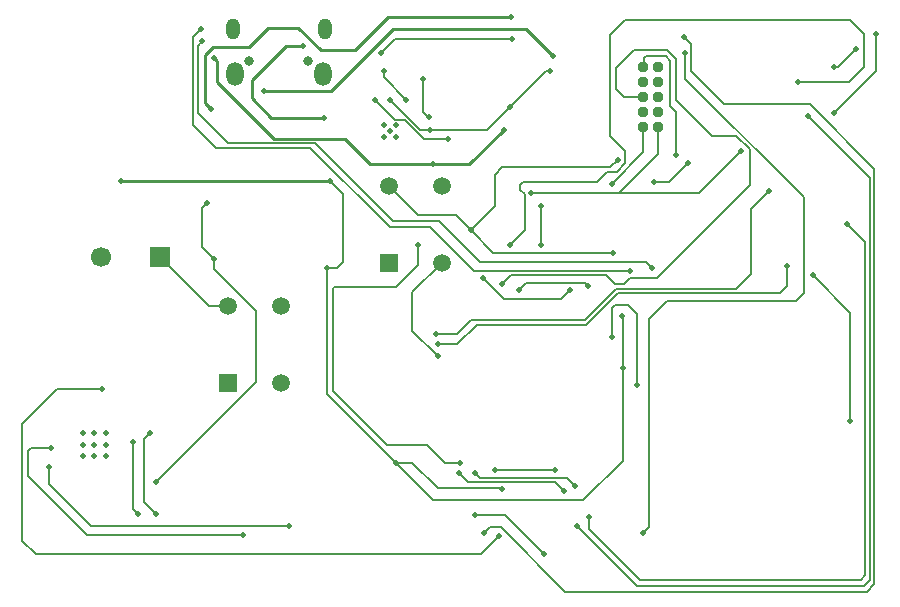
<source format=gbl>
G04*
G04 #@! TF.GenerationSoftware,Altium Limited,Altium Designer,21.1.1 (26)*
G04*
G04 Layer_Physical_Order=2*
G04 Layer_Color=16711680*
%FSLAX25Y25*%
%MOIN*%
G70*
G04*
G04 #@! TF.SameCoordinates,BDA2E955-75C2-487D-9455-DF565B8534AD*
G04*
G04*
G04 #@! TF.FilePolarity,Positive*
G04*
G01*
G75*
%ADD13C,0.00600*%
%ADD15C,0.01000*%
%ADD81C,0.06693*%
%ADD82R,0.06693X0.06693*%
%ADD91O,0.05709X0.07874*%
%ADD92O,0.04528X0.07087*%
%ADD93C,0.03150*%
%ADD94C,0.03700*%
%ADD95C,0.05906*%
%ADD96R,0.05906X0.05906*%
%ADD97C,0.01968*%
D13*
X140000Y342000D02*
X173500Y375500D01*
X229000Y465500D02*
X231000Y463500D01*
X136000Y356500D02*
X138000Y358500D01*
X136000Y335500D02*
Y356500D01*
Y335500D02*
X140000Y331500D01*
X132484Y333016D02*
X134000Y331500D01*
X132484Y333016D02*
Y355484D01*
X291500Y491000D02*
X296500Y496000D01*
X291500Y457500D02*
Y491000D01*
Y457500D02*
X296500Y452500D01*
Y448351D02*
Y452500D01*
X293649Y445500D02*
X296500Y448351D01*
X268461Y420961D02*
Y433961D01*
X268500Y434000D01*
X292000Y390500D02*
Y400000D01*
X293000Y401000D01*
X297500D01*
X294000Y405000D02*
X348000D01*
X283500Y394500D02*
X294000Y405000D01*
X348000D02*
X350500Y407500D01*
X247000Y394500D02*
X283500D01*
X283000Y396000D02*
X293500Y406500D01*
X333500D02*
X338500Y411500D01*
X293500Y406500D02*
X333500D01*
X245000Y396000D02*
X283000D01*
X297500Y401000D02*
X300500Y398000D01*
Y374500D02*
Y398000D01*
X366000Y465000D02*
X380000Y479000D01*
Y491500D01*
X370500Y428000D02*
X376500Y422000D01*
Y311000D02*
Y422000D01*
X375000Y309500D02*
X376500Y311000D01*
X301500Y309500D02*
X375000D01*
X284500Y326500D02*
X301500Y309500D01*
X284500Y326500D02*
Y330500D01*
X366000Y480500D02*
X367500D01*
X373500Y486500D01*
X246500Y331000D02*
X256500D01*
X269500Y318000D01*
X359000Y411000D02*
X371500Y398500D01*
Y362500D02*
Y398500D01*
X379500Y308000D02*
Y446500D01*
X358000Y468000D02*
X379500Y446500D01*
X377000Y305500D02*
X379500Y308000D01*
X378000Y309500D02*
Y443500D01*
X357500Y464000D02*
X378000Y443500D01*
X376000Y307500D02*
X378000Y309500D01*
X316000Y490500D02*
X318500Y488000D01*
Y479000D02*
Y488000D01*
Y479000D02*
X329500Y468000D01*
X358000D01*
X276500Y305500D02*
X377000D01*
X255000Y327000D02*
X276500Y305500D01*
X251500Y327000D02*
X255000D01*
X249500Y325000D02*
X251500Y327000D01*
X253000Y346000D02*
X273000D01*
X280500Y327500D02*
X300500Y307500D01*
X376000D01*
X248000Y343500D02*
X277000D01*
X279719Y340781D01*
X246500Y345000D02*
X248000Y343500D01*
X241000Y345000D02*
X244000Y342000D01*
X273000D02*
X276000Y339000D01*
X244000Y342000D02*
X273000D01*
X225500Y348500D02*
X234000Y340000D01*
X255370D02*
X255500Y339870D01*
X234000Y340000D02*
X255370D01*
X316500Y476500D02*
Y485000D01*
Y476500D02*
X356000Y437000D01*
Y405000D02*
Y437000D01*
X353500Y402500D02*
X356000Y405000D01*
X310500Y402500D02*
X353500D01*
X304500Y396500D02*
X310500Y402500D01*
X304500Y327000D02*
Y396500D01*
X302500Y325000D02*
X304500Y327000D01*
X354000Y475500D02*
X371000D01*
X376000Y480500D01*
Y491500D01*
X296500Y496000D02*
X371500D01*
X376000Y491500D01*
X290500Y445500D02*
X293649D01*
X287000Y442000D02*
X290500Y445500D01*
X262500Y442000D02*
X287000D01*
X261500Y441000D02*
X262500Y442000D01*
X261500Y439500D02*
Y441000D01*
Y439500D02*
X263000Y438000D01*
Y426000D02*
Y438000D01*
X258000Y421000D02*
X263000Y426000D01*
X227500Y414500D02*
Y421000D01*
X220000Y407000D02*
X227500Y414500D01*
X199500Y407000D02*
X220000D01*
X199000Y406500D02*
X199500Y407000D01*
X199000Y372500D02*
Y406500D01*
X217000Y354500D02*
X230500D01*
X199000Y372500D02*
X217000Y354500D01*
X236500Y348500D02*
X241500D01*
X230500Y354500D02*
X236500Y348500D01*
X306000Y442000D02*
X311000D01*
X317500Y448500D01*
X275000Y403000D02*
X278000Y406000D01*
X256000Y403000D02*
X275000D01*
X249000Y410000D02*
X256000Y403000D01*
X302500Y452000D02*
Y460500D01*
X292000Y441500D02*
X302500Y452000D01*
X263500Y408500D02*
X283000D01*
X284000Y407500D01*
X261000Y406000D02*
X263500Y408500D01*
X294421Y408000D02*
X294500Y407921D01*
X295921D01*
X293000Y408000D02*
X294421D01*
X290000Y411000D02*
X293000Y408000D01*
X258500Y411000D02*
X290000D01*
X255500Y408000D02*
X258500Y411000D01*
X255500Y408000D02*
X255579Y407921D01*
X302750Y480750D02*
Y483250D01*
X302500Y480500D02*
X302750Y480750D01*
Y483250D02*
X303500Y484000D01*
X310000D01*
X311500Y482500D01*
Y467500D02*
Y482500D01*
Y467500D02*
X313500Y465500D01*
Y451000D02*
Y465500D01*
X291500Y447000D02*
X294000Y449500D01*
X255500Y447000D02*
X291500D01*
X253000Y444500D02*
X255500Y447000D01*
X253000Y434000D02*
Y444500D01*
X245000Y426000D02*
X253000Y434000D01*
X252500Y418500D02*
X292500D01*
X245000Y426000D02*
X252500Y418500D01*
X240000Y431000D02*
X245000Y426000D01*
X227437Y431000D02*
X240000D01*
X217642Y440795D02*
X227437Y431000D01*
X220000Y348500D02*
X232500Y336000D01*
X197000Y371500D02*
X220000Y348500D01*
X225500D01*
X293500Y473000D02*
X296000Y470500D01*
X302539D01*
X293500Y473000D02*
Y480000D01*
X299500Y486000D01*
X310500D01*
X313500Y483000D01*
Y469500D02*
Y483000D01*
Y469500D02*
X325500Y457500D01*
X333500D01*
X338000Y453000D01*
Y441000D02*
Y453000D01*
X307000Y410000D02*
X338000Y441000D01*
X298000Y410000D02*
X307000D01*
X295921Y407921D02*
X298000Y410000D01*
X321000Y438500D02*
X335000Y452500D01*
X294500Y438500D02*
X321000D01*
X307500Y451500D02*
Y460500D01*
X294500Y438500D02*
X307500Y451500D01*
X265000Y438500D02*
X294500D01*
X152500Y490500D02*
X155000Y493000D01*
X154000Y487500D02*
X155500Y489000D01*
X154000Y465000D02*
Y487500D01*
Y465000D02*
X164000Y455000D01*
X193000D01*
X219000Y429000D01*
X234500D01*
X248000Y415500D01*
X303500D01*
X305500Y413500D01*
X152500Y461000D02*
Y490500D01*
X160000Y453500D02*
X191500D01*
X152500Y461000D02*
X160000Y453500D01*
X191500D02*
X218000Y427000D01*
X231500D01*
X246000Y412500D01*
X298000D01*
X95500Y361500D02*
X107000Y373000D01*
X122000D01*
X95500Y322500D02*
Y361500D01*
Y322500D02*
X100000Y318000D01*
X248500D02*
X254500Y324000D01*
X100000Y318000D02*
X248500D01*
X338500Y433000D02*
X344500Y439000D01*
X338500Y411500D02*
Y433000D01*
X233500Y391500D02*
X240500D01*
X245000Y396000D01*
X350500Y407500D02*
Y414000D01*
X240500Y388000D02*
X247000Y394500D01*
X234000Y388000D02*
X240500D01*
X295500Y397500D02*
X295669Y397331D01*
Y380169D02*
Y397331D01*
X225500Y405347D02*
X235358Y415205D01*
X225500Y392500D02*
X234000Y384000D01*
X225500Y392500D02*
Y405347D01*
X118500Y327500D02*
X184500D01*
X104500Y341500D02*
X118500Y327500D01*
X104500Y341500D02*
Y347000D01*
X97500Y344000D02*
Y352500D01*
Y344000D02*
X117000Y324500D01*
X98500Y353500D02*
X105000D01*
X97500Y352500D02*
X98500Y353500D01*
X117000Y324500D02*
X169000D01*
X173500Y375500D02*
Y399000D01*
X159500Y413000D02*
X173500Y399000D01*
X159500Y413000D02*
Y416500D01*
X140000Y342370D02*
X140500Y342870D01*
X140000Y342000D02*
Y342370D01*
X141500Y417000D02*
X157705Y400795D01*
X164142D01*
X197000Y371500D02*
Y413500D01*
X232500Y336000D02*
X282500D01*
X295669Y349169D01*
Y380169D01*
X155500Y433500D02*
X157000Y435000D01*
X155500Y420500D02*
Y433500D01*
Y420500D02*
X159500Y416500D01*
X197000Y413500D02*
X200500D01*
X202500Y415500D01*
Y438000D01*
X198000Y442500D02*
X202500Y438000D01*
X229000Y465500D02*
Y476500D01*
X216000Y477000D02*
X223500Y469500D01*
X216000Y477000D02*
Y479000D01*
X219647Y462853D02*
X222919D01*
X229271Y456500D01*
X237500D01*
X213000Y469500D02*
X219647Y462853D01*
X218000Y469468D02*
X227968Y459500D01*
X231500D01*
X215000Y485000D02*
X219673Y489673D01*
X258827D01*
X258000Y467000D02*
X270000Y479000D01*
X271500D01*
X231500Y459500D02*
X250500D01*
X258000Y467000D01*
D15*
X156500Y468500D02*
X158500Y466500D01*
X156500Y468500D02*
Y484500D01*
X159000Y487000D02*
X171000D01*
X156500Y484500D02*
X159000Y487000D01*
X171000D02*
X177500Y493500D01*
X187500D01*
X195000Y486000D02*
X206500D01*
X187500Y493500D02*
X195000Y486000D01*
X217500Y497000D02*
X258500D01*
X206500Y486000D02*
X217500Y497000D01*
X159500Y483500D02*
X160500Y482500D01*
X128500Y442500D02*
X198000D01*
X183500Y487500D02*
X189000D01*
X172000Y476000D02*
X183500Y487500D01*
X172000Y470000D02*
Y476000D01*
X178500Y463500D02*
X196000D01*
X172000Y470000D02*
X178500Y463500D01*
X160500Y475500D02*
Y482500D01*
Y475500D02*
X179500Y456500D01*
X203000D01*
X211500Y448000D01*
X232500D01*
X244500D01*
X256000Y459500D01*
X176000Y472500D02*
X198500D01*
X219000Y493000D01*
X263500D02*
X272500Y484000D01*
X219000Y493000D02*
X263500D01*
D81*
X121815Y417000D02*
D03*
D82*
X141500D02*
D03*
D91*
X195665Y478083D02*
D03*
X166335D02*
D03*
D92*
X196256Y493043D02*
D03*
X165744D02*
D03*
D93*
X190843Y482217D02*
D03*
X171157D02*
D03*
D94*
X302500Y480500D02*
D03*
X307500D02*
D03*
X302500Y475500D02*
D03*
X307500D02*
D03*
X302539Y470500D02*
D03*
X307500D02*
D03*
X302500Y465500D02*
D03*
X307500D02*
D03*
X302500Y460500D02*
D03*
X307500D02*
D03*
D95*
X235358Y415205D02*
D03*
Y440795D02*
D03*
X217642D02*
D03*
X181858Y375205D02*
D03*
Y400795D02*
D03*
X164142D02*
D03*
D96*
X217642Y415205D02*
D03*
X164142Y375205D02*
D03*
D97*
X115563Y350563D02*
D03*
Y354500D02*
D03*
Y358437D02*
D03*
X119500Y350563D02*
D03*
Y354500D02*
D03*
Y358437D02*
D03*
X123437Y350563D02*
D03*
Y354500D02*
D03*
Y358437D02*
D03*
X138000Y358500D02*
D03*
X140000Y331500D02*
D03*
X134000D02*
D03*
X132484Y355484D02*
D03*
X158500Y466500D02*
D03*
X258500Y497000D02*
D03*
X268500Y434000D02*
D03*
X268461Y420961D02*
D03*
X292000Y390500D02*
D03*
X300500Y374500D02*
D03*
X380000Y491500D02*
D03*
X366000Y465000D02*
D03*
X370500Y428000D02*
D03*
X284500Y330500D02*
D03*
X357500Y464000D02*
D03*
X366000Y480500D02*
D03*
X316500Y485000D02*
D03*
X316000Y490500D02*
D03*
X354000Y475500D02*
D03*
X373500Y486500D02*
D03*
X269500Y318000D02*
D03*
X371500Y362500D02*
D03*
X249500Y325000D02*
D03*
X246500Y331000D02*
D03*
X273000Y346000D02*
D03*
X253000D02*
D03*
X280500Y327500D02*
D03*
X279719Y340781D02*
D03*
X276000Y339000D02*
D03*
X246500Y345000D02*
D03*
X302500Y325000D02*
D03*
X241000Y345000D02*
D03*
X258000Y421000D02*
D03*
X227500D02*
D03*
X241500Y348500D02*
D03*
X317500Y448500D02*
D03*
X306000Y442000D02*
D03*
X278000Y406000D02*
D03*
X249000Y410000D02*
D03*
X292000Y441500D02*
D03*
X284000Y407500D02*
D03*
X261000Y406000D02*
D03*
X255500Y408000D02*
D03*
X313500Y451000D02*
D03*
X294000Y449500D02*
D03*
X292500Y418500D02*
D03*
X245000Y426000D02*
D03*
X255500Y339870D02*
D03*
X335000Y452500D02*
D03*
X265000Y438500D02*
D03*
X155000Y493000D02*
D03*
X155500Y489000D02*
D03*
X159500Y483500D02*
D03*
X305500Y413500D02*
D03*
X298000Y412500D02*
D03*
X122000Y373000D02*
D03*
X254500Y324000D02*
D03*
X344500Y439000D02*
D03*
X350500Y414000D02*
D03*
X233500Y391500D02*
D03*
X234000Y388000D02*
D03*
X295500Y397500D02*
D03*
X234000Y384000D02*
D03*
X220000Y348500D02*
D03*
X184500Y327500D02*
D03*
X104500Y347000D02*
D03*
X169000Y324500D02*
D03*
X105000Y353500D02*
D03*
X159500Y416500D02*
D03*
X140000Y342000D02*
D03*
X295669Y380169D02*
D03*
X359000Y411000D02*
D03*
X157000Y435000D02*
D03*
X197000Y413500D02*
D03*
X198000Y442500D02*
D03*
X128500D02*
D03*
X189000Y487500D02*
D03*
X196000Y463500D02*
D03*
X231057Y463597D02*
D03*
X229000Y476500D02*
D03*
X216000Y479000D02*
D03*
X237500Y456500D02*
D03*
X218000Y469468D02*
D03*
X223500Y469500D02*
D03*
X213000D02*
D03*
X215000Y485000D02*
D03*
X258827Y489673D02*
D03*
X271500Y479000D02*
D03*
X258000Y467000D02*
D03*
X231500Y459500D02*
D03*
X256000D02*
D03*
X232500Y448000D02*
D03*
X176000Y472500D02*
D03*
X272500Y484000D02*
D03*
X218000Y459000D02*
D03*
X219969Y460969D02*
D03*
X216032D02*
D03*
Y457032D02*
D03*
X219969D02*
D03*
M02*

</source>
